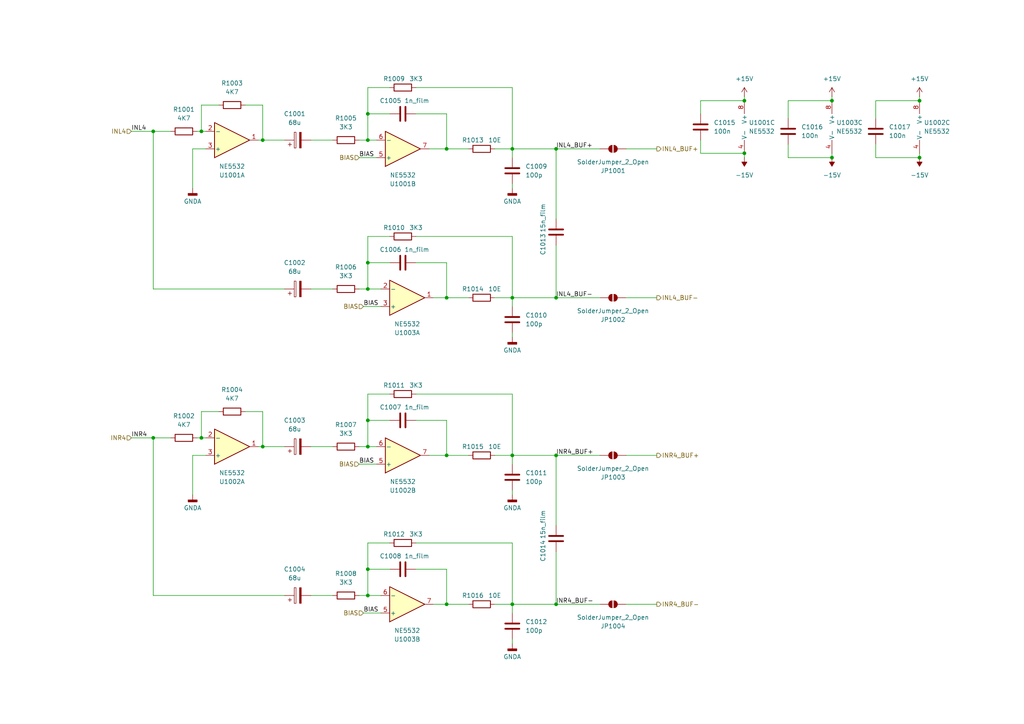
<source format=kicad_sch>
(kicad_sch (version 20250114) (generator "eeschema") (generator_version "9.0")
  (paper "A4")
  (lib_symbols
    (symbol "Amplifier_Operational:NE5532" (pin_names (offset 0.127))
      (property "Reference" "U" (at 0 5.08 0))
      (property "Value" "NE5532" (at 0 -5.08 0))
      (symbol "NE5532_1_1"
        (polyline (pts (xy -5.08 5.08) (xy 5.08 0) (xy -5.08 -5.08) (xy -5.08 5.08)) (stroke (width 0.254)) (fill (type background)))
        (pin input line (at -7.62 2.54 0) (length 2.54) (name "+") (number "3"))
        (pin input line (at -7.62 -2.54 0) (length 2.54) (name "-") (number "2"))
        (pin output line (at 7.62 0 180) (length 2.54) (name "~") (number "1"))
      )
      (symbol "NE5532_2_1"
        (polyline (pts (xy -5.08 5.08) (xy 5.08 0) (xy -5.08 -5.08) (xy -5.08 5.08)) (stroke (width 0.254)) (fill (type background)))
        (pin input line (at -7.62 2.54 0) (length 2.54) (name "+") (number "5"))
        (pin input line (at -7.62 -2.54 0) (length 2.54) (name "-") (number "6"))
        (pin output line (at 7.62 0 180) (length 2.54) (name "~") (number "7"))
      )
      (symbol "NE5532_3_1"
        (pin power_in line (at -2.54 7.62 270) (length 3.81) (name "V+") (number "8"))
        (pin power_in line (at -2.54 -7.62 90) (length 3.81) (name "V-") (number "4"))
      )
    )
    (symbol "Device:C" (pin_numbers (hide yes)) (pin_names (offset 0.254))
      (property "Reference" "C" (at 0.635 2.54 0))
      (property "Value" "C" (at 0.635 -2.54 0))
      (symbol "C_0_1"
        (polyline (pts (xy -2.032 0.762) (xy 2.032 0.762)) (stroke (width 0.508)))
        (polyline (pts (xy -2.032 -0.762) (xy 2.032 -0.762)) (stroke (width 0.508)))
      )
      (symbol "C_1_1"
        (pin passive line (at 0 3.81 270) (length 2.794) (name "~") (number "1"))
        (pin passive line (at 0 -3.81 90) (length 2.794) (name "~") (number "2"))
      )
    )
    (symbol "Device:C_Polarized" (pin_numbers (hide yes)) (pin_names (offset 0.254))
      (property "Reference" "C" (at 0.635 2.54 0))
      (property "Value" "C_Polarized" (at 0.635 -2.54 0))
      (symbol "C_Polarized_0_1"
        (rectangle (start -2.286 0.508) (end 2.286 1.016))
        (polyline (pts (xy -1.778 2.286) (xy -0.762 2.286)))
        (polyline (pts (xy -1.27 2.794) (xy -1.27 1.778)))
        (rectangle (start 2.286 -0.508) (end -2.286 -1.016) (fill (type outline)))
      )
      (symbol "C_Polarized_1_1"
        (pin passive line (at 0 3.81 270) (length 2.794) (name "~") (number "1"))
        (pin passive line (at 0 -3.81 90) (length 2.794) (name "~") (number "2"))
      )
    )
    (symbol "Device:R" (pin_numbers (hide yes)) (pin_names (offset 0))
      (property "Reference" "R" (at 2.032 0 90))
      (property "Value" "R" (at 0 0 90))
      (symbol "R_0_1"
        (rectangle (start -1.016 -2.54) (end 1.016 2.54) (stroke (width 0.254)))
      )
      (symbol "R_1_1"
        (pin passive line (at 0 3.81 270) (length 1.27) (name "~") (number "1"))
        (pin passive line (at 0 -3.81 90) (length 1.27) (name "~") (number "2"))
      )
    )
    (symbol "Jumper:SolderJumper_2_Open" (pin_numbers (hide yes)) (pin_names (offset 0) (hide yes)) (in_bom no)
      (property "Reference" "JP" (at 0 2.032 0))
      (property "Value" "SolderJumper_2_Open" (at 0 -2.54 0))
      (symbol "SolderJumper_2_Open_0_1"
        (polyline (pts (xy -0.254 1.016) (xy -0.254 -1.016)))
        (arc (start -0.254 -1.016) (mid -1.2656 0) (end -0.254 1.016))
        (arc (start -0.254 -1.016) (mid -1.2656 0) (end -0.254 1.016) (fill (type outline)))
        (arc (start 0.254 1.016) (mid 1.2656 0) (end 0.254 -1.016))
        (arc (start 0.254 1.016) (mid 1.2656 0) (end 0.254 -1.016) (fill (type outline)))
        (polyline (pts (xy 0.254 1.016) (xy 0.254 -1.016)))
      )
      (symbol "SolderJumper_2_Open_1_1"
        (pin passive line (at -3.81 0 0) (length 2.54) (name "A") (number "1"))
        (pin passive line (at 3.81 0 180) (length 2.54) (name "B") (number "2"))
      )
    )
    (symbol "power:+15V" (power) (pin_numbers (hide yes)) (pin_names (offset 0) (hide yes))
      (property "Value" "+15V" (at 0 3.556 0))
      (symbol "+15V_0_1"
        (polyline (pts (xy -0.762 1.27) (xy 0 2.54)))
        (polyline (pts (xy 0 2.54) (xy 0.762 1.27)))
        (polyline (pts (xy 0 0) (xy 0 2.54)))
      )
      (symbol "+15V_1_1"
        (pin power_in line (at 0 0 90) (length 0) (name "~") (number "1"))
      )
    )
    (symbol "power:-15V" (power) (pin_numbers (hide yes)) (pin_names (offset 0) (hide yes))
      (property "Value" "-15V" (at 0 3.556 0))
      (symbol "-15V_0_0"
        (pin power_in line (at 0 0 90) (length 0) (name "~") (number "1"))
      )
      (symbol "-15V_0_1"
        (polyline (pts (xy 0 0) (xy 0 1.27) (xy 0.762 1.27) (xy 0 2.54) (xy -0.762 1.27) (xy 0 1.27)) (fill (type outline)))
      )
    )
    (symbol "power:GNDD" (power) (pin_numbers (hide yes)) (pin_names (offset 0) (hide yes))
      (property "Value" "GNDD" (at 0 -3.175 0))
      (symbol "GNDD_0_1"
        (rectangle (start -1.27 -1.524) (end 1.27 -2.032) (stroke (width 0.254)) (fill (type outline)))
        (polyline (pts (xy 0 0) (xy 0 -1.524)))
      )
      (symbol "GNDD_1_1"
        (pin power_in line (at 0 0 270) (length 0) (name "~") (number "1"))
      )
    )
  )
  (junction (at 106.68 83.82))
  (junction (at 148.59 175.26))
  (junction (at 148.59 86.36))
  (junction (at 241.3 45.72))
  (junction (at 129.54 43.18))
  (junction (at 106.68 121.92))
  (junction (at 129.54 86.36))
  (junction (at 76.2 40.64))
  (junction (at 148.59 132.08))
  (junction (at 161.29 43.18))
  (junction (at 44.45 127))
  (junction (at 44.45 38.1))
  (junction (at 106.68 40.64))
  (junction (at 106.68 76.2))
  (junction (at 215.9 29.21))
  (junction (at 161.29 86.36))
  (junction (at 106.68 172.72))
  (junction (at 106.68 33.02))
  (junction (at 106.68 129.54))
  (junction (at 266.7 29.21))
  (junction (at 76.2 129.54))
  (junction (at 58.42 127))
  (junction (at 129.54 132.08))
  (junction (at 215.9 44.45))
  (junction (at 148.59 43.18))
  (junction (at 161.29 132.08))
  (junction (at 266.7 45.72))
  (junction (at 58.42 38.1))
  (junction (at 129.54 175.26))
  (junction (at 241.3 29.21))
  (junction (at 161.29 175.26))
  (junction (at 106.68 165.1))
  (wire (pts (xy 106.68 157.48) (xy 106.68 165.1)))
  (wire (pts (xy 148.59 132.08) (xy 161.29 132.08)))
  (wire (pts (xy 148.59 175.26) (xy 148.59 177.8)))
  (wire (pts (xy 129.54 175.26) (xy 135.89 175.26)))
  (wire (pts (xy 113.03 76.2) (xy 106.68 76.2)))
  (wire (pts (xy 161.29 175.26) (xy 161.29 160.02)))
  (wire (pts (xy 129.54 76.2) (xy 129.54 86.36)))
  (wire (pts (xy 148.59 185.42) (xy 148.59 186.69)))
  (wire (pts (xy 71.12 119.38) (xy 76.2 119.38)))
  (wire (pts (xy 106.68 83.82) (xy 110.49 83.82)))
  (wire (pts (xy 74.93 40.64) (xy 76.2 40.64)))
  (wire (pts (xy 228.6 45.72) (xy 241.3 45.72)))
  (wire (pts (xy 148.59 43.18) (xy 161.29 43.18)))
  (wire (pts (xy 254 29.21) (xy 254 34.29)))
  (wire (pts (xy 125.73 175.26) (xy 129.54 175.26)))
  (wire (pts (xy 181.61 43.18) (xy 190.5 43.18)))
  (wire (pts (xy 90.17 129.54) (xy 96.52 129.54)))
  (wire (pts (xy 215.9 44.45) (xy 215.9 45.72)))
  (wire (pts (xy 125.73 86.36) (xy 129.54 86.36)))
  (wire (pts (xy 148.59 25.4) (xy 148.59 43.18)))
  (wire (pts (xy 90.17 83.82) (xy 96.52 83.82)))
  (wire (pts (xy 58.42 127) (xy 59.69 127)))
  (wire (pts (xy 76.2 40.64) (xy 82.55 40.64)))
  (wire (pts (xy 113.03 114.3) (xy 106.68 114.3)))
  (wire (pts (xy 148.59 86.36) (xy 161.29 86.36)))
  (wire (pts (xy 120.65 25.4) (xy 148.59 25.4)))
  (wire (pts (xy 148.59 86.36) (xy 148.59 88.9)))
  (wire (pts (xy 266.7 27.94) (xy 266.7 29.21)))
  (wire (pts (xy 104.14 134.62) (xy 109.22 134.62)))
  (wire (pts (xy 76.2 119.38) (xy 76.2 129.54)))
  (wire (pts (xy 58.42 119.38) (xy 58.42 127)))
  (wire (pts (xy 44.45 127) (xy 49.53 127)))
  (wire (pts (xy 71.12 30.48) (xy 76.2 30.48)))
  (wire (pts (xy 90.17 172.72) (xy 96.52 172.72)))
  (wire (pts (xy 104.14 83.82) (xy 106.68 83.82)))
  (wire (pts (xy 129.54 165.1) (xy 129.54 175.26)))
  (wire (pts (xy 63.5 30.48) (xy 58.42 30.48)))
  (wire (pts (xy 148.59 157.48) (xy 148.59 175.26)))
  (wire (pts (xy 203.2 44.45) (xy 215.9 44.45)))
  (wire (pts (xy 106.68 172.72) (xy 110.49 172.72)))
  (wire (pts (xy 161.29 132.08) (xy 173.99 132.08)))
  (wire (pts (xy 148.59 132.08) (xy 143.51 132.08)))
  (wire (pts (xy 148.59 43.18) (xy 143.51 43.18)))
  (wire (pts (xy 148.59 68.58) (xy 148.59 86.36)))
  (wire (pts (xy 113.03 25.4) (xy 106.68 25.4)))
  (wire (pts (xy 106.68 33.02) (xy 106.68 40.64)))
  (wire (pts (xy 148.59 175.26) (xy 161.29 175.26)))
  (wire (pts (xy 57.15 127) (xy 58.42 127)))
  (wire (pts (xy 113.03 157.48) (xy 106.68 157.48)))
  (wire (pts (xy 266.7 44.45) (xy 266.7 45.72)))
  (wire (pts (xy 106.68 25.4) (xy 106.68 33.02)))
  (wire (pts (xy 129.54 43.18) (xy 124.46 43.18)))
  (wire (pts (xy 120.65 33.02) (xy 129.54 33.02)))
  (wire (pts (xy 143.51 86.36) (xy 148.59 86.36)))
  (wire (pts (xy 63.5 119.38) (xy 58.42 119.38)))
  (wire (pts (xy 161.29 132.08) (xy 161.29 152.4)))
  (wire (pts (xy 82.55 172.72) (xy 44.45 172.72)))
  (wire (pts (xy 106.68 121.92) (xy 106.68 129.54)))
  (wire (pts (xy 161.29 43.18) (xy 173.99 43.18)))
  (wire (pts (xy 106.68 165.1) (xy 106.68 172.72)))
  (wire (pts (xy 113.03 165.1) (xy 106.68 165.1)))
  (wire (pts (xy 203.2 40.64) (xy 203.2 44.45)))
  (wire (pts (xy 120.65 114.3) (xy 148.59 114.3)))
  (wire (pts (xy 129.54 86.36) (xy 135.89 86.36)))
  (wire (pts (xy 120.65 121.92) (xy 129.54 121.92)))
  (wire (pts (xy 106.68 40.64) (xy 109.22 40.64)))
  (wire (pts (xy 104.14 45.72) (xy 109.22 45.72)))
  (wire (pts (xy 104.14 129.54) (xy 106.68 129.54)))
  (wire (pts (xy 113.03 68.58) (xy 106.68 68.58)))
  (wire (pts (xy 106.68 114.3) (xy 106.68 121.92)))
  (wire (pts (xy 44.45 172.72) (xy 44.45 127)))
  (wire (pts (xy 59.69 132.08) (xy 55.88 132.08)))
  (wire (pts (xy 105.41 177.8) (xy 110.49 177.8)))
  (wire (pts (xy 161.29 175.26) (xy 173.99 175.26)))
  (wire (pts (xy 161.29 86.36) (xy 173.99 86.36)))
  (wire (pts (xy 105.41 88.9) (xy 110.49 88.9)))
  (wire (pts (xy 104.14 172.72) (xy 106.68 172.72)))
  (wire (pts (xy 161.29 86.36) (xy 161.29 71.12)))
  (wire (pts (xy 38.1 127) (xy 44.45 127)))
  (wire (pts (xy 120.65 68.58) (xy 148.59 68.58)))
  (wire (pts (xy 148.59 96.52) (xy 148.59 97.79)))
  (wire (pts (xy 129.54 132.08) (xy 124.46 132.08)))
  (wire (pts (xy 58.42 38.1) (xy 59.69 38.1)))
  (wire (pts (xy 241.3 27.94) (xy 241.3 29.21)))
  (wire (pts (xy 254 29.21) (xy 266.7 29.21)))
  (wire (pts (xy 113.03 33.02) (xy 106.68 33.02)))
  (wire (pts (xy 44.45 38.1) (xy 49.53 38.1)))
  (wire (pts (xy 228.6 29.21) (xy 241.3 29.21)))
  (wire (pts (xy 215.9 27.94) (xy 215.9 29.21)))
  (wire (pts (xy 120.65 157.48) (xy 148.59 157.48)))
  (wire (pts (xy 74.93 129.54) (xy 76.2 129.54)))
  (wire (pts (xy 181.61 132.08) (xy 190.5 132.08)))
  (wire (pts (xy 76.2 30.48) (xy 76.2 40.64)))
  (wire (pts (xy 161.29 43.18) (xy 161.29 63.5)))
  (wire (pts (xy 148.59 53.34) (xy 148.59 54.61)))
  (wire (pts (xy 113.03 121.92) (xy 106.68 121.92)))
  (wire (pts (xy 228.6 29.21) (xy 228.6 34.29)))
  (wire (pts (xy 38.1 38.1) (xy 44.45 38.1)))
  (wire (pts (xy 120.65 76.2) (xy 129.54 76.2)))
  (wire (pts (xy 148.59 43.18) (xy 148.59 45.72)))
  (wire (pts (xy 129.54 121.92) (xy 129.54 132.08)))
  (wire (pts (xy 254 41.91) (xy 254 45.72)))
  (wire (pts (xy 254 45.72) (xy 266.7 45.72)))
  (wire (pts (xy 55.88 132.08) (xy 55.88 143.51)))
  (wire (pts (xy 143.51 175.26) (xy 148.59 175.26)))
  (wire (pts (xy 76.2 129.54) (xy 82.55 129.54)))
  (wire (pts (xy 58.42 30.48) (xy 58.42 38.1)))
  (wire (pts (xy 129.54 43.18) (xy 135.89 43.18)))
  (wire (pts (xy 106.68 76.2) (xy 106.68 83.82)))
  (wire (pts (xy 55.88 43.18) (xy 55.88 54.61)))
  (wire (pts (xy 148.59 132.08) (xy 148.59 134.62)))
  (wire (pts (xy 57.15 38.1) (xy 58.42 38.1)))
  (wire (pts (xy 148.59 142.24) (xy 148.59 143.51)))
  (wire (pts (xy 228.6 41.91) (xy 228.6 45.72)))
  (wire (pts (xy 120.65 165.1) (xy 129.54 165.1)))
  (wire (pts (xy 148.59 114.3) (xy 148.59 132.08)))
  (wire (pts (xy 181.61 175.26) (xy 190.5 175.26)))
  (wire (pts (xy 106.68 68.58) (xy 106.68 76.2)))
  (wire (pts (xy 59.69 43.18) (xy 55.88 43.18)))
  (wire (pts (xy 129.54 33.02) (xy 129.54 43.18)))
  (wire (pts (xy 241.3 44.45) (xy 241.3 45.72)))
  (wire (pts (xy 106.68 129.54) (xy 109.22 129.54)))
  (wire (pts (xy 203.2 29.21) (xy 203.2 33.02)))
  (wire (pts (xy 44.45 83.82) (xy 44.45 38.1)))
  (wire (pts (xy 90.17 40.64) (xy 96.52 40.64)))
  (wire (pts (xy 104.14 40.64) (xy 106.68 40.64)))
  (wire (pts (xy 203.2 29.21) (xy 215.9 29.21)))
  (wire (pts (xy 181.61 86.36) (xy 190.5 86.36)))
  (wire (pts (xy 129.54 132.08) (xy 135.89 132.08)))
  (wire (pts (xy 82.55 83.82) (xy 44.45 83.82)))
  (label "BIAS" (at 105.41 177.8 0))
  (label "INR4_BUF+" (at 161.29 132.08 0))
  (label "INL4_BUF-" (at 161.29 86.36 0))
  (label "INR4" (at 38.1 127 0))
  (label "INL4_BUF+" (at 161.29 43.18 0))
  (label "INL4" (at 38.1 38.1 0))
  (label "INR4_BUF-" (at 161.29 175.26 0))
  (label "BIAS" (at 105.41 88.9 0))
  (label "BIAS" (at 104.14 45.72 0))
  (label "BIAS" (at 104.14 134.62 0))
  (hierarchical_label "INL4_BUF+" (shape output) (at 190.5 43.18 0))
  (hierarchical_label "INL4" (shape input) (at 38.1 38.1 180))
  (hierarchical_label "BIAS" (shape input) (at 105.41 177.8 180))
  (hierarchical_label "BIAS" (shape input) (at 104.2136 45.72 180))
  (hierarchical_label "BIAS" (shape input) (at 104.14 134.62 180))
  (hierarchical_label "INR4_BUF-" (shape output) (at 190.5 175.26 0))
  (hierarchical_label "BIAS" (shape input) (at 105.41 88.9 180))
  (hierarchical_label "INL4_BUF-" (shape output) (at 190.5 86.36 0))
  (hierarchical_label "INR4" (shape input) (at 38.1 127 180))
  (hierarchical_label "INR4_BUF+" (shape output) (at 190.5 132.08 0))
  (symbol (lib_id "Device:R") (at 139.7 175.26 90) (unit 1)
    (property "Reference" "R1016" (at 137.16 172.72 90))
    (property "Value" "10E" (at 143.51 172.72 90))
    (property "Footprint" "Resistor_SMD:R_0603_1608Metric_Pad0.98x0.95mm_HandSolder" (effects (hide yes)))
    (property "Description" "Resistor" (effects (hide yes)))
  )
  (symbol (lib_id "power:GNDD") (at 55.88 54.61 0) (unit 1)
    (property "Reference" "#PWR01001" (effects (hide yes)))
    (property "Value" "GNDA" (at 55.88 58.42 0))
    (property "Description" "Power symbol creates a global label with name \"GNDD\" , digital ground" (effects (hide yes)))
  )
  (symbol (lib_id "Device:R") (at 139.7 43.18 90) (unit 1)
    (property "Reference" "R1013" (at 137.16 40.64 90))
    (property "Value" "10E" (at 143.51 40.64 90))
    (property "Footprint" "Resistor_SMD:R_0603_1608Metric_Pad0.98x0.95mm_HandSolder" (effects (hide yes)))
    (property "Description" "Resistor" (effects (hide yes)))
  )
  (symbol (lib_id "Device:C") (at 116.84 76.2 90) (unit 1)
    (property "Reference" "C1006" (at 113.284 72.39 90))
    (property "Value" "1n_film" (at 120.904 72.39 90))
    (property "Footprint" "Capacitor_SMD:C_0603_1608Metric_Pad1.08x0.95mm_HandSolder" (effects (hide yes)))
    (property "Description" "Unpolarized capacitor" (effects (hide yes)))
  )
  (symbol (lib_id "Device:R") (at 100.33 40.64 90) (unit 1)
    (property "Reference" "R1005" (at 100.33 34.29 90))
    (property "Value" "3K3" (at 100.33 36.83 90))
    (property "Footprint" "Resistor_SMD:R_0603_1608Metric_Pad0.98x0.95mm_HandSolder" (effects (hide yes)))
    (property "Description" "Resistor" (effects (hide yes)))
  )
  (symbol (lib_id "power:-15V") (at 241.3 45.72 180) (unit 1)
    (property "Reference" "#PWR01010" (effects (hide yes)))
    (property "Value" "-15V" (at 241.3 50.8 0))
    (property "Description" "Power symbol creates a global label with name \"-15V\"" (effects (hide yes)))
  )
  (symbol (lib_id "Device:R") (at 116.84 157.48 90) (unit 1)
    (property "Reference" "R1012" (at 114.3 154.94 90))
    (property "Value" "3K3" (at 120.65 154.94 90))
    (property "Footprint" "Resistor_SMD:R_0603_1608Metric_Pad0.98x0.95mm_HandSolder" (effects (hide yes)))
    (property "Description" "Resistor" (effects (hide yes)))
  )
  (symbol (lib_id "power:GNDD") (at 148.59 186.69 0) (unit 1)
    (property "Reference" "#PWR01006" (effects (hide yes)))
    (property "Value" "GNDA" (at 148.59 190.5 0))
    (property "Description" "Power symbol creates a global label with name \"GNDD\" , digital ground" (effects (hide yes)))
  )
  (symbol (lib_id "Device:R") (at 67.31 119.38 90) (unit 1)
    (property "Reference" "R1004" (at 67.31 113.03 90))
    (property "Value" "4K7" (at 67.31 115.57 90))
    (property "Footprint" "Resistor_SMD:R_0603_1608Metric_Pad0.98x0.95mm_HandSolder" (effects (hide yes)))
    (property "Description" "Resistor" (effects (hide yes)))
  )
  (symbol (lib_id "Amplifier_Operational:NE5532") (at 118.11 175.26 0) (mirror x) (unit 2)
    (property "Reference" "U1003" (at 118.11 185.42 0))
    (property "Value" "NE5532" (at 118.11 182.88 0))
    (property "Datasheet" "http://www.ti.com/lit/ds/symlink/ne5532.pdf" (effects (hide yes)))
    (property "Description" "Dual Low-Noise Operational Amplifiers, DIP-8/SOIC-8" (effects (hide yes)))
  )
  (symbol (lib_id "power:+15V") (at 215.9 27.94 0) (unit 1)
    (property "Reference" "#PWR01007" (effects (hide yes)))
    (property "Value" "+15V" (at 215.9 22.86 0))
    (property "Description" "Power symbol creates a global label with name \"+15V\"" (effects (hide yes)))
  )
  (symbol (lib_id "Device:C") (at 116.84 121.92 90) (unit 1)
    (property "Reference" "C1007" (at 113.284 118.11 90))
    (property "Value" "1n_film" (at 120.904 118.11 90))
    (property "Footprint" "Capacitor_SMD:C_0603_1608Metric_Pad1.08x0.95mm_HandSolder" (effects (hide yes)))
    (property "Description" "Unpolarized capacitor" (effects (hide yes)))
  )
  (symbol (lib_id "Device:C") (at 148.59 181.61 0) (unit 1)
    (property "Reference" "C1012" (at 152.4 180.3399 0) (effects (justify left)))
    (property "Value" "100p" (at 152.4 182.8799 0) (effects (justify left)))
    (property "Footprint" "Capacitor_SMD:C_0603_1608Metric_Pad1.08x0.95mm_HandSolder" (effects (hide yes)))
    (property "Description" "Unpolarized capacitor" (effects (hide yes)))
  )
  (symbol (lib_id "Device:C") (at 254 38.1 0) (unit 1)
    (property "Reference" "C1017" (at 257.81 36.8299 0) (effects (justify left)))
    (property "Value" "100n" (at 257.81 39.3699 0) (effects (justify left)))
    (property "Footprint" "Capacitor_SMD:C_0603_1608Metric_Pad1.08x0.95mm_HandSolder" (effects (hide yes)))
    (property "Description" "Unpolarized capacitor" (effects (hide yes)))
  )
  (symbol (lib_id "Device:C") (at 161.29 156.21 180) (unit 1)
    (property "Reference" "C1014" (at 157.48 159.766 90))
    (property "Value" "15n_film" (at 157.48 152.146 90))
    (property "Footprint" "Capacitor_SMD:C_0603_1608Metric_Pad1.08x0.95mm_HandSolder" (effects (hide yes)))
    (property "Description" "Unpolarized capacitor" (effects (hide yes)))
  )
  (symbol (lib_id "Amplifier_Operational:NE5532") (at 116.84 132.08 0) (mirror x) (unit 2)
    (property "Reference" "U1002" (at 116.84 142.24 0))
    (property "Value" "NE5532" (at 116.84 139.7 0))
    (property "Datasheet" "http://www.ti.com/lit/ds/symlink/ne5532.pdf" (effects (hide yes)))
    (property "Description" "Dual Low-Noise Operational Amplifiers, DIP-8/SOIC-8" (effects (hide yes)))
  )
  (symbol (lib_id "Device:C") (at 148.59 92.71 0) (unit 1)
    (property "Reference" "C1010" (at 152.4 91.4399 0) (effects (justify left)))
    (property "Value" "100p" (at 152.4 93.9799 0) (effects (justify left)))
    (property "Footprint" "Capacitor_SMD:C_0603_1608Metric_Pad1.08x0.95mm_HandSolder" (effects (hide yes)))
    (property "Description" "Unpolarized capacitor" (effects (hide yes)))
  )
  (symbol (lib_id "Amplifier_Operational:NE5532") (at 67.31 40.64 0) (mirror x) (unit 1)
    (property "Reference" "U1001" (at 67.31 50.8 0))
    (property "Value" "NE5532" (at 67.31 48.26 0))
    (property "Datasheet" "http://www.ti.com/lit/ds/symlink/ne5532.pdf" (effects (hide yes)))
    (property "Description" "Dual Low-Noise Operational Amplifiers, DIP-8/SOIC-8" (effects (hide yes)))
  )
  (symbol (lib_id "Device:C_Polarized") (at 86.36 40.64 90) (unit 1)
    (property "Reference" "C1001" (at 85.471 33.02 90))
    (property "Value" "68u" (at 85.471 35.56 90))
    (property "Description" "Polarized capacitor" (effects (hide yes)))
  )
  (symbol (lib_id "Jumper:SolderJumper_2_Open") (at 177.8 86.36 180) (unit 1) (in_bom no)
    (property "Reference" "JP1002" (at 177.8 92.71 0))
    (property "Value" "SolderJumper_2_Open" (at 177.8 90.17 0))
    (property "Footprint" "Jumper:SolderJumper-2_P1.3mm_Open_Pad1.0x1.5mm" (effects (hide yes)))
    (property "Description" "Solder Jumper, 2-pole, open" (effects (hide yes)))
  )
  (symbol (lib_id "Device:R") (at 116.84 25.4 90) (unit 1)
    (property "Reference" "R1009" (at 114.3 22.86 90))
    (property "Value" "3K3" (at 120.65 22.86 90))
    (property "Footprint" "Resistor_SMD:R_0603_1608Metric_Pad0.98x0.95mm_HandSolder" (effects (hide yes)))
    (property "Description" "Resistor" (effects (hide yes)))
  )
  (symbol (lib_id "Jumper:SolderJumper_2_Open") (at 177.8 132.08 180) (unit 1) (in_bom no)
    (property "Reference" "JP1003" (at 177.8 138.43 0))
    (property "Value" "SolderJumper_2_Open" (at 177.8 135.89 0))
    (property "Footprint" "Jumper:SolderJumper-2_P1.3mm_Open_Pad1.0x1.5mm" (effects (hide yes)))
    (property "Description" "Solder Jumper, 2-pole, open" (effects (hide yes)))
  )
  (symbol (lib_id "Device:C") (at 228.6 38.1 0) (unit 1)
    (property "Reference" "C1016" (at 232.41 36.8299 0) (effects (justify left)))
    (property "Value" "100n" (at 232.41 39.3699 0) (effects (justify left)))
    (property "Footprint" "Capacitor_SMD:C_0603_1608Metric_Pad1.08x0.95mm_HandSolder" (effects (hide yes)))
    (property "Description" "Unpolarized capacitor" (effects (hide yes)))
  )
  (symbol (lib_id "Device:C") (at 116.84 165.1 90) (unit 1)
    (property "Reference" "C1008" (at 113.284 161.29 90))
    (property "Value" "1n_film" (at 120.904 161.29 90))
    (property "Footprint" "Capacitor_SMD:C_0603_1608Metric_Pad1.08x0.95mm_HandSolder" (effects (hide yes)))
    (property "Description" "Unpolarized capacitor" (effects (hide yes)))
  )
  (symbol (lib_id "Device:R") (at 100.33 172.72 90) (unit 1)
    (property "Reference" "R1008" (at 100.33 166.37 90))
    (property "Value" "3K3" (at 100.33 168.91 90))
    (property "Footprint" "Resistor_SMD:R_0603_1608Metric_Pad0.98x0.95mm_HandSolder" (effects (hide yes)))
    (property "Description" "Resistor" (effects (hide yes)))
  )
  (symbol (lib_id "power:GNDD") (at 148.59 97.79 0) (unit 1)
    (property "Reference" "#PWR01004" (effects (hide yes)))
    (property "Value" "GNDA" (at 148.59 101.6 0))
    (property "Description" "Power symbol creates a global label with name \"GNDD\" , digital ground" (effects (hide yes)))
  )
  (symbol (lib_id "Device:R") (at 53.34 127 90) (unit 1)
    (property "Reference" "R1002" (at 53.34 120.65 90))
    (property "Value" "4K7" (at 53.34 123.19 90))
    (property "Footprint" "Resistor_SMD:R_0603_1608Metric_Pad0.98x0.95mm_HandSolder" (effects (hide yes)))
    (property "Description" "Resistor" (effects (hide yes)))
  )
  (symbol (lib_id "power:-15V") (at 266.7 45.72 180) (unit 1)
    (property "Reference" "#PWR01012" (effects (hide yes)))
    (property "Value" "-15V" (at 266.7 50.8 0))
    (property "Description" "Power symbol creates a global label with name \"-15V\"" (effects (hide yes)))
  )
  (symbol (lib_id "Device:R") (at 100.33 129.54 90) (unit 1)
    (property "Reference" "R1007" (at 100.33 123.19 90))
    (property "Value" "3K3" (at 100.33 125.73 90))
    (property "Footprint" "Resistor_SMD:R_0603_1608Metric_Pad0.98x0.95mm_HandSolder" (effects (hide yes)))
    (property "Description" "Resistor" (effects (hide yes)))
  )
  (symbol (lib_id "Amplifier_Operational:NE5532") (at 116.84 43.18 0) (mirror x) (unit 2)
    (property "Reference" "U1001" (at 116.84 53.34 0))
    (property "Value" "NE5532" (at 116.84 50.8 0))
    (property "Datasheet" "http://www.ti.com/lit/ds/symlink/ne5532.pdf" (effects (hide yes)))
    (property "Description" "Dual Low-Noise Operational Amplifiers, DIP-8/SOIC-8" (effects (hide yes)))
  )
  (symbol (lib_id "Device:R") (at 116.84 68.58 90) (unit 1)
    (property "Reference" "R1010" (at 114.3 66.04 90))
    (property "Value" "3K3" (at 120.65 66.04 90))
    (property "Footprint" "Resistor_SMD:R_0603_1608Metric_Pad0.98x0.95mm_HandSolder" (effects (hide yes)))
    (property "Description" "Resistor" (effects (hide yes)))
  )
  (symbol (lib_id "Device:C") (at 116.84 33.02 90) (unit 1)
    (property "Reference" "C1005" (at 113.284 29.21 90))
    (property "Value" "1n_film" (at 120.904 29.21 90))
    (property "Footprint" "Capacitor_SMD:C_0603_1608Metric_Pad1.08x0.95mm_HandSolder" (effects (hide yes)))
    (property "Description" "Unpolarized capacitor" (effects (hide yes)))
  )
  (symbol (lib_id "power:+15V") (at 266.7 27.94 0) (unit 1)
    (property "Reference" "#PWR01011" (effects (hide yes)))
    (property "Value" "+15V" (at 266.7 22.86 0))
    (property "Description" "Power symbol creates a global label with name \"+15V\"" (effects (hide yes)))
  )
  (symbol (lib_id "Device:C") (at 148.59 49.53 0) (unit 1)
    (property "Reference" "C1009" (at 152.4 48.2599 0) (effects (justify left)))
    (property "Value" "100p" (at 152.4 50.7999 0) (effects (justify left)))
    (property "Footprint" "Capacitor_SMD:C_0603_1608Metric_Pad1.08x0.95mm_HandSolder" (effects (hide yes)))
    (property "Description" "Unpolarized capacitor" (effects (hide yes)))
  )
  (symbol (lib_id "power:GNDD") (at 55.88 143.51 0) (unit 1)
    (property "Reference" "#PWR01002" (effects (hide yes)))
    (property "Value" "GNDA" (at 55.88 147.32 0))
    (property "Description" "Power symbol creates a global label with name \"GNDD\" , digital ground" (effects (hide yes)))
  )
  (symbol (lib_id "Jumper:SolderJumper_2_Open") (at 177.8 43.18 180) (unit 1) (in_bom no)
    (property "Reference" "JP1001" (at 177.8 49.53 0))
    (property "Value" "SolderJumper_2_Open" (at 177.8 46.99 0))
    (property "Footprint" "Jumper:SolderJumper-2_P1.3mm_Open_Pad1.0x1.5mm" (effects (hide yes)))
    (property "Description" "Solder Jumper, 2-pole, open" (effects (hide yes)))
  )
  (symbol (lib_id "Device:R") (at 116.84 114.3 90) (unit 1)
    (property "Reference" "R1011" (at 114.3 111.76 90))
    (property "Value" "3K3" (at 120.65 111.76 90))
    (property "Footprint" "Resistor_SMD:R_0603_1608Metric_Pad0.98x0.95mm_HandSolder" (effects (hide yes)))
    (property "Description" "Resistor" (effects (hide yes)))
  )
  (symbol (lib_id "Jumper:SolderJumper_2_Open") (at 177.8 175.26 180) (unit 1) (in_bom no)
    (property "Reference" "JP1004" (at 177.8 181.61 0))
    (property "Value" "SolderJumper_2_Open" (at 177.8 179.07 0))
    (property "Footprint" "Jumper:SolderJumper-2_P1.3mm_Open_Pad1.0x1.5mm" (effects (hide yes)))
    (property "Description" "Solder Jumper, 2-pole, open" (effects (hide yes)))
  )
  (symbol (lib_id "Device:C_Polarized") (at 86.36 129.54 90) (unit 1)
    (property "Reference" "C1003" (at 85.471 121.92 90))
    (property "Value" "68u" (at 85.471 124.46 90))
    (property "Description" "Polarized capacitor" (effects (hide yes)))
  )
  (symbol (lib_id "Device:R") (at 67.31 30.48 90) (unit 1)
    (property "Reference" "R1003" (at 67.31 24.13 90))
    (property "Value" "4K7" (at 67.31 26.67 90))
    (property "Footprint" "Resistor_SMD:R_0603_1608Metric_Pad0.98x0.95mm_HandSolder" (effects (hide yes)))
    (property "Description" "Resistor" (effects (hide yes)))
  )
  (symbol (lib_id "power:GNDD") (at 148.59 54.61 0) (unit 1)
    (property "Reference" "#PWR01003" (effects (hide yes)))
    (property "Value" "GNDA" (at 148.59 58.42 0))
    (property "Description" "Power symbol creates a global label with name \"GNDD\" , digital ground" (effects (hide yes)))
  )
  (symbol (lib_id "Device:R") (at 139.7 132.08 90) (unit 1)
    (property "Reference" "R1015" (at 137.16 129.54 90))
    (property "Value" "10E" (at 143.51 129.54 90))
    (property "Footprint" "Resistor_SMD:R_0603_1608Metric_Pad0.98x0.95mm_HandSolder" (effects (hide yes)))
    (property "Description" "Resistor" (effects (hide yes)))
  )
  (symbol (lib_id "power:-15V") (at 215.9 45.72 180) (unit 1)
    (property "Reference" "#PWR01008" (effects (hide yes)))
    (property "Value" "-15V" (at 215.9 50.8 0))
    (property "Description" "Power symbol creates a global label with name \"-15V\"" (effects (hide yes)))
  )
  (symbol (lib_id "power:+15V") (at 241.3 27.94 0) (unit 1)
    (property "Reference" "#PWR01009" (effects (hide yes)))
    (property "Value" "+15V" (at 241.3 22.86 0))
    (property "Description" "Power symbol creates a global label with name \"+15V\"" (effects (hide yes)))
  )
  (symbol (lib_id "power:GNDD") (at 148.59 143.51 0) (unit 1)
    (property "Reference" "#PWR01005" (effects (hide yes)))
    (property "Value" "GNDA" (at 148.59 147.32 0))
    (property "Description" "Power symbol creates a global label with name \"GNDD\" , digital ground" (effects (hide yes)))
  )
  (symbol (lib_id "Amplifier_Operational:NE5532") (at 67.31 129.54 0) (mirror x) (unit 1)
    (property "Reference" "U1002" (at 67.31 139.7 0))
    (property "Value" "NE5532" (at 67.31 137.16 0))
    (property "Datasheet" "http://www.ti.com/lit/ds/symlink/ne5532.pdf" (effects (hide yes)))
    (property "Description" "Dual Low-Noise Operational Amplifiers, DIP-8/SOIC-8" (effects (hide yes)))
  )
  (symbol (lib_id "Amplifier_Operational:NE5532") (at 118.11 86.36 0) (mirror x) (unit 1)
    (property "Reference" "U1003" (at 118.11 96.52 0))
    (property "Value" "NE5532" (at 118.11 93.98 0))
    (property "Datasheet" "http://www.ti.com/lit/ds/symlink/ne5532.pdf" (effects (hide yes)))
    (property "Description" "Dual Low-Noise Operational Amplifiers, DIP-8/SOIC-8" (effects (hide yes)))
  )
  (symbol (lib_id "Device:R") (at 53.34 38.1 90) (unit 1)
    (property "Reference" "R1001" (at 53.34 31.75 90))
    (property "Value" "4K7" (at 53.34 34.29 90))
    (property "Footprint" "Resistor_SMD:R_0603_1608Metric_Pad0.98x0.95mm_HandSolder" (effects (hide yes)))
    (property "Description" "Resistor" (effects (hide yes)))
  )
  (symbol (lib_id "Device:R") (at 100.33 83.82 90) (unit 1)
    (property "Reference" "R1006" (at 100.33 77.47 90))
    (property "Value" "3K3" (at 100.33 80.01 90))
    (property "Footprint" "Resistor_SMD:R_0603_1608Metric_Pad0.98x0.95mm_HandSolder" (effects (hide yes)))
    (property "Description" "Resistor" (effects (hide yes)))
  )
  (symbol (lib_id "Device:C") (at 148.59 138.43 0) (unit 1)
    (property "Reference" "C1011" (at 152.4 137.1599 0) (effects (justify left)))
    (property "Value" "100p" (at 152.4 139.6999 0) (effects (justify left)))
    (property "Footprint" "Capacitor_SMD:C_0603_1608Metric_Pad1.08x0.95mm_HandSolder" (effects (hide yes)))
    (property "Description" "Unpolarized capacitor" (effects (hide yes)))
  )
  (symbol (lib_id "Amplifier_Operational:NE5532") (at 243.84 36.83 0) (unit 3)
    (property "Reference" "U1003" (at 242.57 35.5599 0) (effects (justify left)))
    (property "Value" "NE5532" (at 242.57 38.0999 0) (effects (justify left)))
    (property "Datasheet" "http://www.ti.com/lit/ds/symlink/ne5532.pdf" (effects (hide yes)))
    (property "Description" "Dual Low-Noise Operational Amplifiers, DIP-8/SOIC-8" (effects (hide yes)))
  )
  (symbol (lib_id "Device:R") (at 139.7 86.36 90) (unit 1)
    (property "Reference" "R1014" (at 137.16 83.82 90))
    (property "Value" "10E" (at 143.51 83.82 90))
    (property "Footprint" "Resistor_SMD:R_0603_1608Metric_Pad0.98x0.95mm_HandSolder" (effects (hide yes)))
    (property "Description" "Resistor" (effects (hide yes)))
  )
  (symbol (lib_id "Device:C") (at 203.2 36.83 0) (unit 1)
    (property "Reference" "C1015" (at 207.01 35.5599 0) (effects (justify left)))
    (property "Value" "100n" (at 207.01 38.0999 0) (effects (justify left)))
    (property "Footprint" "Capacitor_SMD:C_0603_1608Metric_Pad1.08x0.95mm_HandSolder" (effects (hide yes)))
    (property "Description" "Unpolarized capacitor" (effects (hide yes)))
  )
  (symbol (lib_id "Amplifier_Operational:NE5532") (at 218.44 36.83 0) (unit 3)
    (property "Reference" "U1001" (at 217.17 35.5599 0) (effects (justify left)))
    (property "Value" "NE5532" (at 217.17 38.0999 0) (effects (justify left)))
    (property "Datasheet" "http://www.ti.com/lit/ds/symlink/ne5532.pdf" (effects (hide yes)))
    (property "Description" "Dual Low-Noise Operational Amplifiers, DIP-8/SOIC-8" (effects (hide yes)))
  )
  (symbol (lib_id "Device:C_Polarized") (at 86.36 172.72 90) (unit 1)
    (property "Reference" "C1004" (at 85.471 165.1 90))
    (property "Value" "68u" (at 85.471 167.64 90))
    (property "Description" "Polarized capacitor" (effects (hide yes)))
  )
  (symbol (lib_id "Amplifier_Operational:NE5532") (at 269.24 36.83 0) (unit 3)
    (property "Reference" "U1002" (at 267.97 35.5599 0) (effects (justify left)))
    (property "Value" "NE5532" (at 267.97 38.0999 0) (effects (justify left)))
    (property "Datasheet" "http://www.ti.com/lit/ds/symlink/ne5532.pdf" (effects (hide yes)))
    (property "Description" "Dual Low-Noise Operational Amplifiers, DIP-8/SOIC-8" (effects (hide yes)))
  )
  (symbol (lib_id "Device:C") (at 161.29 67.31 180) (unit 1)
    (property "Reference" "C1013" (at 157.48 70.866 90))
    (property "Value" "15n_film" (at 157.48 63.246 90))
    (property "Footprint" "Capacitor_SMD:C_0603_1608Metric_Pad1.08x0.95mm_HandSolder" (effects (hide yes)))
    (property "Description" "Unpolarized capacitor" (effects (hide yes)))
  )
  (symbol (lib_id "Device:C_Polarized") (at 86.36 83.82 90) (unit 1)
    (property "Reference" "C1002" (at 85.471 76.2 90))
    (property "Value" "68u" (at 85.471 78.74 90))
    (property "Description" "Polarized capacitor" (effects (hide yes)))
  )
)
</source>
